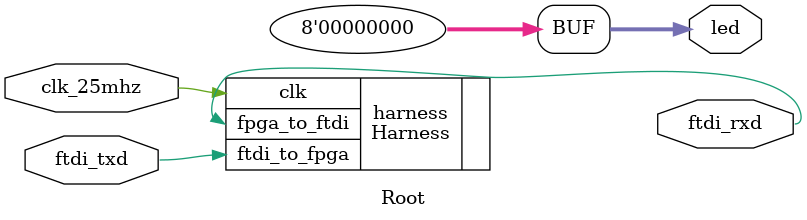
<source format=v>
`include "harness.v"

module Root (
  input clk_25mhz,
  input ftdi_txd,
  output ftdi_rxd,
	output[7:0] led
);   
  
  Harness#(
    .ADDR_SIZE(4),
    .VAL_SIZE(4)    
  ) harness (
    .clk(clk_25mhz),
    .ftdi_to_fpga(ftdi_txd),
    .fpga_to_ftdi(ftdi_rxd)
  );

  assign led = 0;

endmodule

</source>
